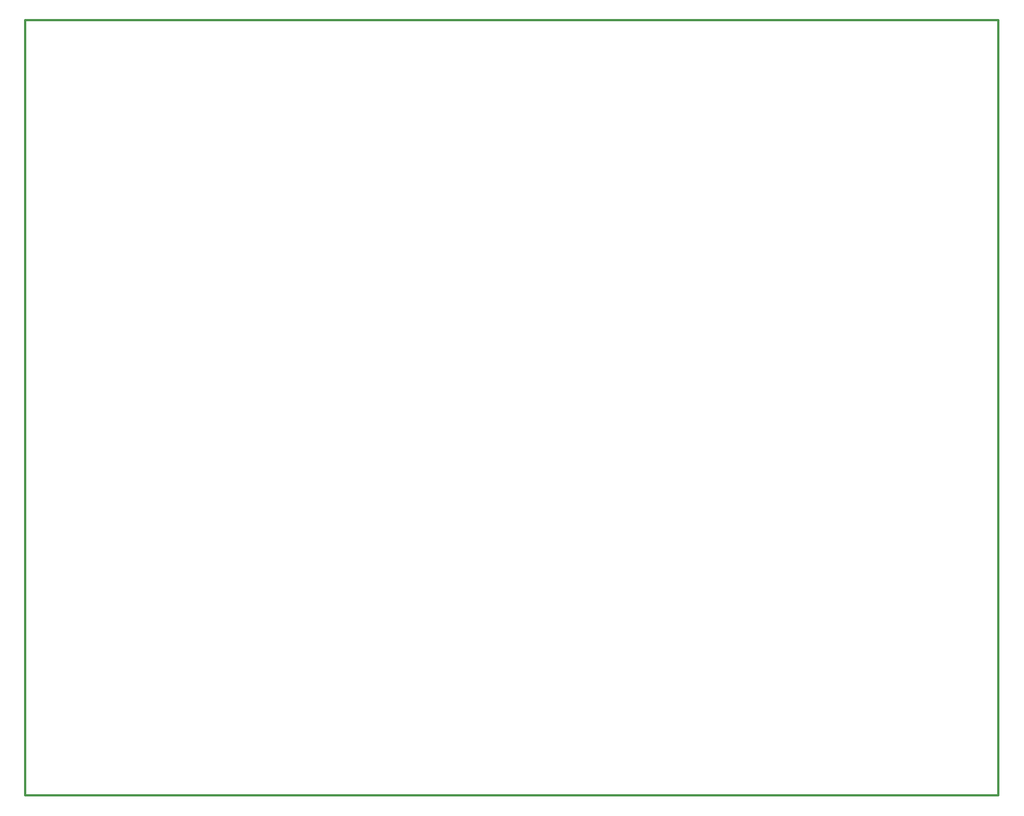
<source format=gko>
G04 Layer_Color=16711935*
%FSLAX25Y25*%
%MOIN*%
G70*
G01*
G75*
%ADD32C,0.01181*%
D32*
X205118Y305118D02*
Y767500D01*
X785433D01*
Y305118D02*
Y767500D01*
X205118Y305118D02*
X785433D01*
M02*

</source>
